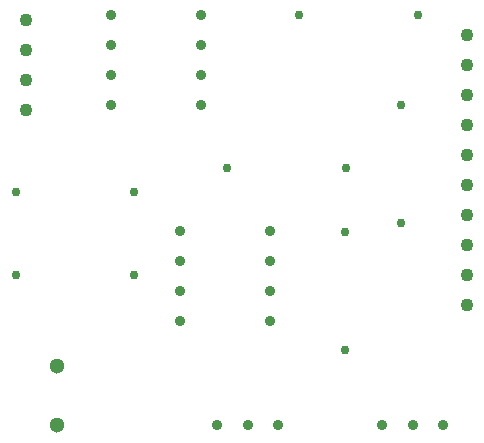
<source format=gbr>
%TF.GenerationSoftware,Altium Limited,Altium Designer,24.10.1 (45)*%
G04 Layer_Color=0*
%FSLAX45Y45*%
%MOMM*%
%TF.SameCoordinates,5D496F93-7052-41A5-B1B5-48F2770EFFD0*%
%TF.FilePolarity,Positive*%
%TF.FileFunction,Plated,1,2,PTH,Drill*%
%TF.Part,Single*%
G01*
G75*
%TA.AperFunction,ComponentDrill*%
%ADD35C,1.10000*%
%ADD36C,1.30000*%
%ADD37C,0.75000*%
%ADD38C,0.90000*%
%ADD39C,0.90000*%
%ADD40C,0.75000*%
D35*
X228600Y2971800D02*
D03*
Y3225800D02*
D03*
Y3733800D02*
D03*
Y3479800D02*
D03*
X3962400Y1828800D02*
D03*
Y2082800D02*
D03*
Y2590800D02*
D03*
Y3098800D02*
D03*
Y3606800D02*
D03*
Y3352800D02*
D03*
Y2844800D02*
D03*
Y2336800D02*
D03*
Y1574800D02*
D03*
Y1320800D02*
D03*
D36*
X495300Y804799D02*
D03*
Y304800D02*
D03*
D37*
X1147700Y2273300D02*
D03*
X147700D02*
D03*
X2938400Y2476500D02*
D03*
X1938400D02*
D03*
X3548000Y3771900D02*
D03*
X2548000D02*
D03*
X147700Y1574800D02*
D03*
X1147700D02*
D03*
D38*
X3765200Y304800D02*
D03*
X3245200D02*
D03*
X3505200D02*
D03*
X2368200D02*
D03*
X1848200D02*
D03*
X2108200D02*
D03*
D39*
X1536700Y1943100D02*
D03*
Y1689100D02*
D03*
Y1435100D02*
D03*
Y1181100D02*
D03*
X2298700Y1943100D02*
D03*
Y1689100D02*
D03*
Y1435100D02*
D03*
Y1181100D02*
D03*
X1714500Y3009900D02*
D03*
Y3263900D02*
D03*
Y3517900D02*
D03*
Y3771900D02*
D03*
X952500Y3009900D02*
D03*
Y3263900D02*
D03*
Y3517900D02*
D03*
Y3771900D02*
D03*
D40*
X2933700Y935100D02*
D03*
Y1935100D02*
D03*
X3403600Y2014600D02*
D03*
Y3014600D02*
D03*
%TF.MD5,c82752ba0cb904edff6cb392ca2c8248*%
M02*

</source>
